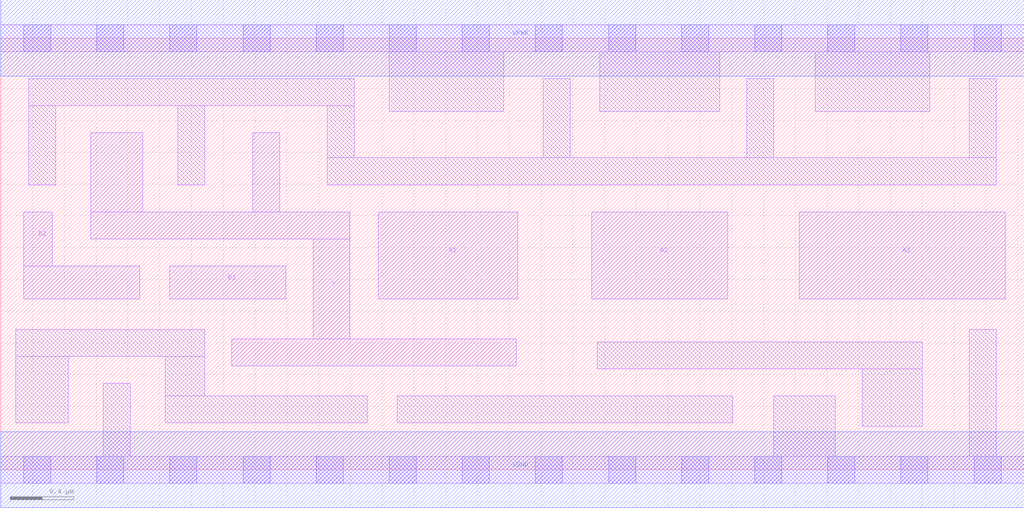
<source format=lef>
# Copyright 2020 The SkyWater PDK Authors
#
# Licensed under the Apache License, Version 2.0 (the "License");
# you may not use this file except in compliance with the License.
# You may obtain a copy of the License at
#
#     https://www.apache.org/licenses/LICENSE-2.0
#
# Unless required by applicable law or agreed to in writing, software
# distributed under the License is distributed on an "AS IS" BASIS,
# WITHOUT WARRANTIES OR CONDITIONS OF ANY KIND, either express or implied.
# See the License for the specific language governing permissions and
# limitations under the License.
#
# SPDX-License-Identifier: Apache-2.0

VERSION 5.7 ;
BUSBITCHARS "[]" ;
DIVIDERCHAR "/" ;
PROPERTYDEFINITIONS
  MACRO maskLayoutSubType STRING ;
  MACRO prCellType STRING ;
  MACRO originalViewName STRING ;
END PROPERTYDEFINITIONS
MACRO sky130_fd_sc_hdll__a32oi_2
  ORIGIN  0.000000  0.000000 ;
  CLASS CORE ;
  SYMMETRY X Y R90 ;
  SIZE  6.440000 BY  2.720000 ;
  SITE unithd ;
  PIN A1
    ANTENNAGATEAREA  0.555000 ;
    DIRECTION INPUT ;
    USE SIGNAL ;
    PORT
      LAYER li1 ;
        RECT 2.375000 1.075000 3.255000 1.625000 ;
    END
  END A1
  PIN A2
    ANTENNAGATEAREA  0.555000 ;
    DIRECTION INPUT ;
    USE SIGNAL ;
    PORT
      LAYER li1 ;
        RECT 3.720000 1.075000 4.575000 1.625000 ;
    END
  END A2
  PIN A3
    ANTENNAGATEAREA  0.555000 ;
    DIRECTION INPUT ;
    USE SIGNAL ;
    PORT
      LAYER li1 ;
        RECT 5.025000 1.075000 6.320000 1.625000 ;
    END
  END A3
  PIN B1
    ANTENNAGATEAREA  0.555000 ;
    DIRECTION INPUT ;
    USE SIGNAL ;
    PORT
      LAYER li1 ;
        RECT 1.065000 1.075000 1.795000 1.285000 ;
    END
  END B1
  PIN B2
    ANTENNAGATEAREA  0.555000 ;
    DIRECTION INPUT ;
    USE SIGNAL ;
    PORT
      LAYER li1 ;
        RECT 0.145000 1.075000 0.875000 1.285000 ;
        RECT 0.145000 1.285000 0.325000 1.625000 ;
    END
  END B2
  PIN Y
    ANTENNADIFFAREA  0.996000 ;
    DIRECTION OUTPUT ;
    USE SIGNAL ;
    PORT
      LAYER li1 ;
        RECT 0.565000 1.455000 2.195000 1.625000 ;
        RECT 0.565000 1.625000 0.895000 2.125000 ;
        RECT 1.455000 0.655000 3.245000 0.825000 ;
        RECT 1.585000 1.625000 1.755000 2.125000 ;
        RECT 1.965000 0.825000 2.195000 1.455000 ;
    END
  END Y
  PIN VGND
    DIRECTION INOUT ;
    USE GROUND ;
    PORT
      LAYER met1 ;
        RECT 0.000000 -0.240000 6.440000 0.240000 ;
    END
  END VGND
  PIN VPWR
    DIRECTION INOUT ;
    USE POWER ;
    PORT
      LAYER met1 ;
        RECT 0.000000 2.480000 6.440000 2.960000 ;
    END
  END VPWR
  OBS
    LAYER li1 ;
      RECT 0.000000 -0.085000 6.440000 0.085000 ;
      RECT 0.000000  2.635000 6.440000 2.805000 ;
      RECT 0.095000  0.295000 0.425000 0.715000 ;
      RECT 0.095000  0.715000 1.285000 0.885000 ;
      RECT 0.175000  1.795000 0.345000 2.295000 ;
      RECT 0.175000  2.295000 2.225000 2.465000 ;
      RECT 0.645000  0.085000 0.815000 0.545000 ;
      RECT 1.035000  0.295000 2.305000 0.465000 ;
      RECT 1.035000  0.465000 1.285000 0.715000 ;
      RECT 1.115000  1.795000 1.285000 2.295000 ;
      RECT 2.055000  1.795000 6.265000 1.965000 ;
      RECT 2.055000  1.965000 2.225000 2.295000 ;
      RECT 2.445000  2.255000 3.165000 2.635000 ;
      RECT 2.495000  0.295000 4.605000 0.465000 ;
      RECT 3.415000  1.965000 3.585000 2.465000 ;
      RECT 3.755000  0.635000 5.800000 0.805000 ;
      RECT 3.770000  2.255000 4.525000 2.635000 ;
      RECT 4.695000  1.965000 4.865000 2.465000 ;
      RECT 4.865000  0.085000 5.250000 0.465000 ;
      RECT 5.125000  2.255000 5.845000 2.635000 ;
      RECT 5.420000  0.275000 5.800000 0.635000 ;
      RECT 6.095000  0.085000 6.265000 0.885000 ;
      RECT 6.095000  1.965000 6.265000 2.465000 ;
    LAYER mcon ;
      RECT 0.145000 -0.085000 0.315000 0.085000 ;
      RECT 0.145000  2.635000 0.315000 2.805000 ;
      RECT 0.605000 -0.085000 0.775000 0.085000 ;
      RECT 0.605000  2.635000 0.775000 2.805000 ;
      RECT 1.065000 -0.085000 1.235000 0.085000 ;
      RECT 1.065000  2.635000 1.235000 2.805000 ;
      RECT 1.525000 -0.085000 1.695000 0.085000 ;
      RECT 1.525000  2.635000 1.695000 2.805000 ;
      RECT 1.985000 -0.085000 2.155000 0.085000 ;
      RECT 1.985000  2.635000 2.155000 2.805000 ;
      RECT 2.445000 -0.085000 2.615000 0.085000 ;
      RECT 2.445000  2.635000 2.615000 2.805000 ;
      RECT 2.905000 -0.085000 3.075000 0.085000 ;
      RECT 2.905000  2.635000 3.075000 2.805000 ;
      RECT 3.365000 -0.085000 3.535000 0.085000 ;
      RECT 3.365000  2.635000 3.535000 2.805000 ;
      RECT 3.825000 -0.085000 3.995000 0.085000 ;
      RECT 3.825000  2.635000 3.995000 2.805000 ;
      RECT 4.285000 -0.085000 4.455000 0.085000 ;
      RECT 4.285000  2.635000 4.455000 2.805000 ;
      RECT 4.745000 -0.085000 4.915000 0.085000 ;
      RECT 4.745000  2.635000 4.915000 2.805000 ;
      RECT 5.205000 -0.085000 5.375000 0.085000 ;
      RECT 5.205000  2.635000 5.375000 2.805000 ;
      RECT 5.665000 -0.085000 5.835000 0.085000 ;
      RECT 5.665000  2.635000 5.835000 2.805000 ;
      RECT 6.125000 -0.085000 6.295000 0.085000 ;
      RECT 6.125000  2.635000 6.295000 2.805000 ;
  END
  PROPERTY maskLayoutSubType "abstract" ;
  PROPERTY prCellType "standard" ;
  PROPERTY originalViewName "layout" ;
END sky130_fd_sc_hdll__a32oi_2
END LIBRARY

</source>
